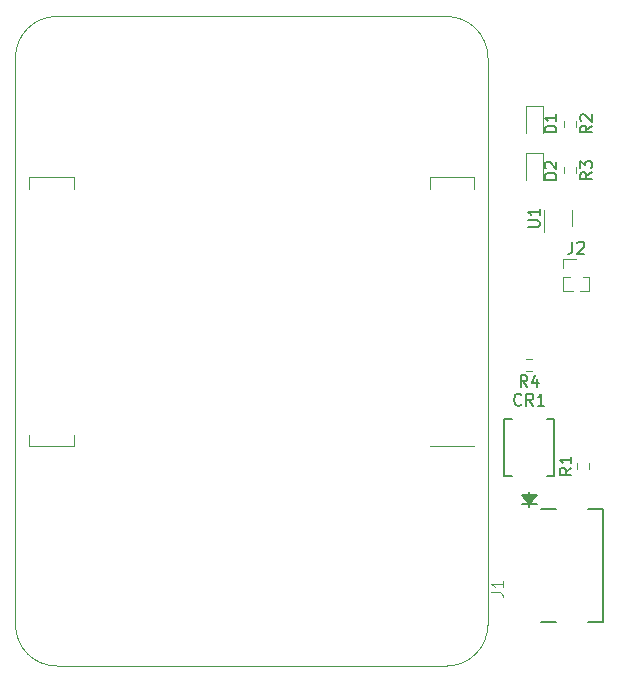
<source format=gto>
G04 #@! TF.GenerationSoftware,KiCad,Pcbnew,(5.99.0-10613-g4d227d2d2b)*
G04 #@! TF.CreationDate,2021-06-17T11:01:32+05:30*
G04 #@! TF.ProjectId,rpi-cm4-base-carrier,7270692d-636d-4342-9d62-6173652d6361,v01*
G04 #@! TF.SameCoordinates,Original*
G04 #@! TF.FileFunction,Legend,Top*
G04 #@! TF.FilePolarity,Positive*
%FSLAX46Y46*%
G04 Gerber Fmt 4.6, Leading zero omitted, Abs format (unit mm)*
G04 Created by KiCad (PCBNEW (5.99.0-10613-g4d227d2d2b)) date 2021-06-17 11:01:32*
%MOMM*%
%LPD*%
G01*
G04 APERTURE LIST*
%ADD10C,0.150000*%
%ADD11C,0.015000*%
%ADD12C,0.120000*%
%ADD13C,0.152400*%
%ADD14C,0.200000*%
G04 APERTURE END LIST*
D10*
X173656666Y-97579380D02*
X173656666Y-98293666D01*
X173609047Y-98436523D01*
X173513809Y-98531761D01*
X173370952Y-98579380D01*
X173275714Y-98579380D01*
X174085238Y-97674619D02*
X174132857Y-97627000D01*
X174228095Y-97579380D01*
X174466190Y-97579380D01*
X174561428Y-97627000D01*
X174609047Y-97674619D01*
X174656666Y-97769857D01*
X174656666Y-97865095D01*
X174609047Y-98007952D01*
X174037619Y-98579380D01*
X174656666Y-98579380D01*
X169833333Y-109882380D02*
X169500000Y-109406190D01*
X169261904Y-109882380D02*
X169261904Y-108882380D01*
X169642857Y-108882380D01*
X169738095Y-108930000D01*
X169785714Y-108977619D01*
X169833333Y-109072857D01*
X169833333Y-109215714D01*
X169785714Y-109310952D01*
X169738095Y-109358571D01*
X169642857Y-109406190D01*
X169261904Y-109406190D01*
X170690476Y-109215714D02*
X170690476Y-109882380D01*
X170452380Y-108834761D02*
X170214285Y-109549047D01*
X170833333Y-109549047D01*
X169333333Y-111357142D02*
X169285714Y-111404761D01*
X169142857Y-111452380D01*
X169047619Y-111452380D01*
X168904761Y-111404761D01*
X168809523Y-111309523D01*
X168761904Y-111214285D01*
X168714285Y-111023809D01*
X168714285Y-110880952D01*
X168761904Y-110690476D01*
X168809523Y-110595238D01*
X168904761Y-110500000D01*
X169047619Y-110452380D01*
X169142857Y-110452380D01*
X169285714Y-110500000D01*
X169333333Y-110547619D01*
X170333333Y-111452380D02*
X170000000Y-110976190D01*
X169761904Y-111452380D02*
X169761904Y-110452380D01*
X170142857Y-110452380D01*
X170238095Y-110500000D01*
X170285714Y-110547619D01*
X170333333Y-110642857D01*
X170333333Y-110785714D01*
X170285714Y-110880952D01*
X170238095Y-110928571D01*
X170142857Y-110976190D01*
X169761904Y-110976190D01*
X171285714Y-111452380D02*
X170714285Y-111452380D01*
X171000000Y-111452380D02*
X171000000Y-110452380D01*
X170904761Y-110595238D01*
X170809523Y-110690476D01*
X170714285Y-110738095D01*
X169876130Y-96338154D02*
X170685654Y-96338154D01*
X170780892Y-96290535D01*
X170828511Y-96242916D01*
X170876130Y-96147678D01*
X170876130Y-95957202D01*
X170828511Y-95861964D01*
X170780892Y-95814345D01*
X170685654Y-95766726D01*
X169876130Y-95766726D01*
X170876130Y-94766726D02*
X170876130Y-95338154D01*
X170876130Y-95052440D02*
X169876130Y-95052440D01*
X170018988Y-95147678D01*
X170114226Y-95242916D01*
X170161845Y-95338154D01*
X175306130Y-87742916D02*
X174829940Y-88076250D01*
X175306130Y-88314345D02*
X174306130Y-88314345D01*
X174306130Y-87933392D01*
X174353750Y-87838154D01*
X174401369Y-87790535D01*
X174496607Y-87742916D01*
X174639464Y-87742916D01*
X174734702Y-87790535D01*
X174782321Y-87838154D01*
X174829940Y-87933392D01*
X174829940Y-88314345D01*
X174401369Y-87361964D02*
X174353750Y-87314345D01*
X174306130Y-87219107D01*
X174306130Y-86981011D01*
X174353750Y-86885773D01*
X174401369Y-86838154D01*
X174496607Y-86790535D01*
X174591845Y-86790535D01*
X174734702Y-86838154D01*
X175306130Y-87409583D01*
X175306130Y-86790535D01*
D11*
X166782380Y-127270833D02*
X167496666Y-127270833D01*
X167639523Y-127318452D01*
X167734761Y-127413690D01*
X167782380Y-127556547D01*
X167782380Y-127651785D01*
X167782380Y-126270833D02*
X167782380Y-126842261D01*
X167782380Y-126556547D02*
X166782380Y-126556547D01*
X166925238Y-126651785D01*
X167020476Y-126747023D01*
X167068095Y-126842261D01*
D10*
X172306130Y-92314345D02*
X171306130Y-92314345D01*
X171306130Y-92076250D01*
X171353750Y-91933392D01*
X171448988Y-91838154D01*
X171544226Y-91790535D01*
X171734702Y-91742916D01*
X171877559Y-91742916D01*
X172068035Y-91790535D01*
X172163273Y-91838154D01*
X172258511Y-91933392D01*
X172306130Y-92076250D01*
X172306130Y-92314345D01*
X171401369Y-91361964D02*
X171353750Y-91314345D01*
X171306130Y-91219107D01*
X171306130Y-90981011D01*
X171353750Y-90885773D01*
X171401369Y-90838154D01*
X171496607Y-90790535D01*
X171591845Y-90790535D01*
X171734702Y-90838154D01*
X172306130Y-91409583D01*
X172306130Y-90790535D01*
X175313580Y-91706366D02*
X174837390Y-92039700D01*
X175313580Y-92277795D02*
X174313580Y-92277795D01*
X174313580Y-91896842D01*
X174361200Y-91801604D01*
X174408819Y-91753985D01*
X174504057Y-91706366D01*
X174646914Y-91706366D01*
X174742152Y-91753985D01*
X174789771Y-91801604D01*
X174837390Y-91896842D01*
X174837390Y-92277795D01*
X174313580Y-91373033D02*
X174313580Y-90753985D01*
X174694533Y-91087319D01*
X174694533Y-90944461D01*
X174742152Y-90849223D01*
X174789771Y-90801604D01*
X174885009Y-90753985D01*
X175123104Y-90753985D01*
X175218342Y-90801604D01*
X175265961Y-90849223D01*
X175313580Y-90944461D01*
X175313580Y-91230176D01*
X175265961Y-91325414D01*
X175218342Y-91373033D01*
X172306130Y-88314345D02*
X171306130Y-88314345D01*
X171306130Y-88076250D01*
X171353750Y-87933392D01*
X171448988Y-87838154D01*
X171544226Y-87790535D01*
X171734702Y-87742916D01*
X171877559Y-87742916D01*
X172068035Y-87790535D01*
X172163273Y-87838154D01*
X172258511Y-87933392D01*
X172306130Y-88076250D01*
X172306130Y-88314345D01*
X172306130Y-86790535D02*
X172306130Y-87361964D01*
X172306130Y-87076250D02*
X171306130Y-87076250D01*
X171448988Y-87171488D01*
X171544226Y-87266726D01*
X171591845Y-87361964D01*
X173572380Y-116729166D02*
X173096190Y-117062500D01*
X173572380Y-117300595D02*
X172572380Y-117300595D01*
X172572380Y-116919642D01*
X172620000Y-116824404D01*
X172667619Y-116776785D01*
X172762857Y-116729166D01*
X172905714Y-116729166D01*
X173000952Y-116776785D01*
X173048571Y-116824404D01*
X173096190Y-116919642D01*
X173096190Y-117300595D01*
X173572380Y-115776785D02*
X173572380Y-116348214D01*
X173572380Y-116062500D02*
X172572380Y-116062500D01*
X172715238Y-116157738D01*
X172810476Y-116252976D01*
X172858095Y-116348214D01*
D12*
X172880000Y-101787000D02*
X173682470Y-101787000D01*
X174297530Y-101787000D02*
X175100000Y-101787000D01*
X172880000Y-100582000D02*
X172880000Y-101787000D01*
X175100000Y-100582000D02*
X175100000Y-101787000D01*
X172880000Y-100582000D02*
X173426529Y-100582000D01*
X174553471Y-100582000D02*
X175100000Y-100582000D01*
X172880000Y-99822000D02*
X172880000Y-99062000D01*
X172880000Y-99062000D02*
X173990000Y-99062000D01*
X170254724Y-108522500D02*
X169745276Y-108522500D01*
X170254724Y-107477500D02*
X169745276Y-107477500D01*
D13*
X170000000Y-119800600D02*
X169619000Y-119038600D01*
X170000000Y-119800600D02*
X169492000Y-119038600D01*
X172108200Y-112574300D02*
X171463040Y-112574300D01*
X168536960Y-112574300D02*
X167891800Y-112574300D01*
X170000000Y-119800600D02*
X170381000Y-119038600D01*
X170000000Y-119800600D02*
X170508000Y-119038600D01*
X170000000Y-119800600D02*
X170635000Y-119038600D01*
X169365000Y-119800600D02*
X170635000Y-119800600D01*
X167891800Y-112574300D02*
X167891800Y-117425700D01*
X170000000Y-119800600D02*
X170254000Y-119038600D01*
X170000000Y-118784600D02*
X170000000Y-120054600D01*
X170000000Y-119800600D02*
X169365000Y-119038600D01*
X170000000Y-119800600D02*
X170127000Y-119038600D01*
X167891800Y-117425700D02*
X168536960Y-117425700D01*
X171463040Y-117425700D02*
X172108200Y-117425700D01*
X169365000Y-119038600D02*
X170635000Y-119038600D01*
X170000000Y-119800600D02*
X169873000Y-119038600D01*
X170000000Y-119800600D02*
X169746000Y-119038600D01*
X172108200Y-117425700D02*
X172108200Y-112574300D01*
D12*
X171263750Y-94876250D02*
X171263750Y-96776250D01*
X173583750Y-96276250D02*
X173583750Y-94876250D01*
X173946250Y-87321526D02*
X173946250Y-87830974D01*
X172901250Y-87321526D02*
X172901250Y-87830974D01*
D14*
X171015000Y-129802500D02*
X172265000Y-129802500D01*
X176265000Y-129802500D02*
X176265000Y-120222500D01*
X171015000Y-120222500D02*
X172265000Y-120222500D01*
X176265000Y-120222500D02*
X174985000Y-120222500D01*
X174985000Y-129802500D02*
X176265000Y-129802500D01*
D12*
X171158750Y-92376250D02*
X171158750Y-90091250D01*
X169688750Y-90091250D02*
X169688750Y-92376250D01*
X171158750Y-90091250D02*
X169688750Y-90091250D01*
X173953700Y-91284976D02*
X173953700Y-91794424D01*
X172908700Y-91284976D02*
X172908700Y-91794424D01*
X171158750Y-88376250D02*
X171158750Y-86091250D01*
X169688750Y-86091250D02*
X169688750Y-88376250D01*
X171158750Y-86091250D02*
X169688750Y-86091250D01*
X174027500Y-116817224D02*
X174027500Y-116307776D01*
X175072500Y-116817224D02*
X175072500Y-116307776D01*
X131430000Y-114900000D02*
X131430000Y-113900000D01*
X127650000Y-92100000D02*
X127650000Y-93100000D01*
X161570000Y-92100000D02*
X161570000Y-93100000D01*
X165350000Y-92100000D02*
X165350000Y-93100000D01*
X166500000Y-130000000D02*
X166500000Y-82000000D01*
X131430000Y-114900000D02*
X127650000Y-114900000D01*
X165350000Y-114900000D02*
X161570000Y-114900000D01*
X131430000Y-92100000D02*
X131430000Y-93100000D01*
X127650000Y-114900000D02*
X127650000Y-113900000D01*
X131430000Y-92100000D02*
X127650000Y-92100000D01*
X126500000Y-82000000D02*
X126500000Y-130000000D01*
X165350000Y-92100000D02*
X161570000Y-92100000D01*
X163000000Y-78500000D02*
X130000000Y-78500000D01*
X130000000Y-133500000D02*
X163000000Y-133500000D01*
X126500000Y-82000000D02*
G75*
G02*
X130000000Y-78500000I3500000J0D01*
G01*
X166500000Y-130000000D02*
G75*
G02*
X163000000Y-133500000I-3500000J0D01*
G01*
X163000000Y-78500000D02*
G75*
G02*
X166500000Y-82000000I0J-3500000D01*
G01*
X130000000Y-133500000D02*
G75*
G02*
X126500000Y-130000000I0J3500000D01*
G01*
M02*

</source>
